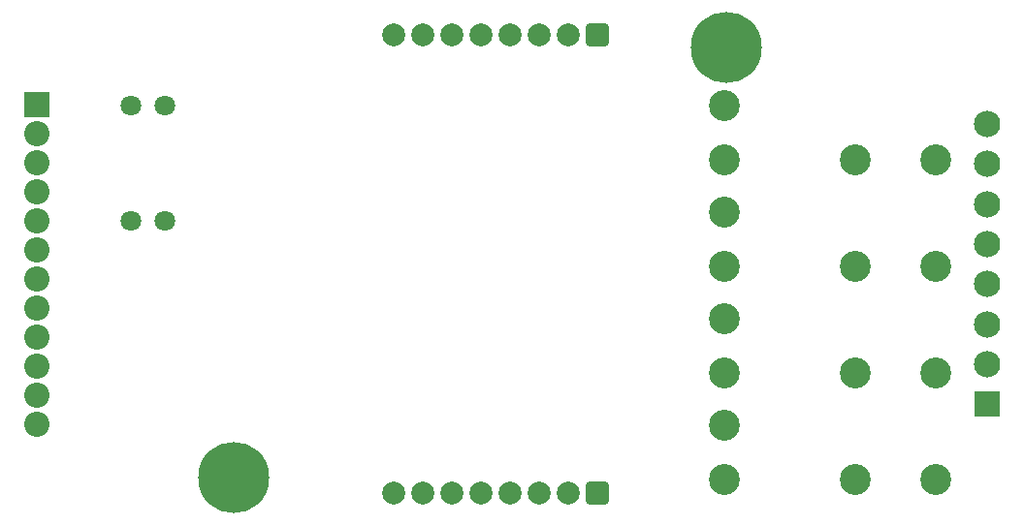
<source format=gbs>
G04*
G04 #@! TF.GenerationSoftware,Altium Limited,Altium Designer,20.0.2 (26)*
G04*
G04 Layer_Color=16711935*
%FSLAX25Y25*%
%MOIN*%
G70*
G01*
G75*
%ADD78C,0.08674*%
%ADD79R,0.08674X0.08674*%
%ADD80C,0.07887*%
G04:AMPARAMS|DCode=81|XSize=78.87mil|YSize=78.87mil|CornerRadius=12.86mil|HoleSize=0mil|Usage=FLASHONLY|Rotation=180.000|XOffset=0mil|YOffset=0mil|HoleType=Round|Shape=RoundedRectangle|*
%AMROUNDEDRECTD81*
21,1,0.07887,0.05315,0,0,180.0*
21,1,0.05315,0.07887,0,0,180.0*
1,1,0.02572,-0.02657,0.02657*
1,1,0.02572,0.02657,0.02657*
1,1,0.02572,0.02657,-0.02657*
1,1,0.02572,-0.02657,-0.02657*
%
%ADD81ROUNDEDRECTD81*%
%ADD82C,0.07099*%
%ADD83C,0.24422*%
%ADD84C,0.10642*%
%ADD85C,0.09068*%
%ADD86R,0.09068X0.09068*%
D78*
X35433Y-93425D02*
D03*
Y-53425D02*
D03*
Y-63425D02*
D03*
Y-73425D02*
D03*
Y-83425D02*
D03*
Y-103425D02*
D03*
Y-113425D02*
D03*
Y-123425D02*
D03*
Y-133425D02*
D03*
Y-143425D02*
D03*
Y-153425D02*
D03*
D79*
Y-43425D02*
D03*
D80*
X168000Y-19685D02*
D03*
X158000D02*
D03*
X178000D02*
D03*
X188000D02*
D03*
X198000D02*
D03*
X208000D02*
D03*
X218000D02*
D03*
X168000Y-177165D02*
D03*
X158000D02*
D03*
X178000D02*
D03*
X188000D02*
D03*
X198000D02*
D03*
X208000D02*
D03*
X218000D02*
D03*
D81*
X228000Y-19685D02*
D03*
Y-177165D02*
D03*
D82*
X79500Y-83500D02*
D03*
X67689D02*
D03*
X79500Y-44000D02*
D03*
X67689D02*
D03*
D83*
X103000Y-172000D02*
D03*
X272500Y-24000D02*
D03*
D84*
X271583Y-62498D02*
D03*
X316858D02*
D03*
X344417D02*
D03*
X271583Y-43994D02*
D03*
Y-99165D02*
D03*
X316858D02*
D03*
X344417D02*
D03*
X271583Y-80661D02*
D03*
Y-135832D02*
D03*
X316858D02*
D03*
X344417D02*
D03*
X271583Y-117328D02*
D03*
Y-172498D02*
D03*
X316858D02*
D03*
X344417D02*
D03*
X271583Y-153994D02*
D03*
D85*
X362000Y-77756D02*
D03*
Y-105315D02*
D03*
Y-132874D02*
D03*
Y-119095D02*
D03*
Y-91535D02*
D03*
Y-63976D02*
D03*
Y-50197D02*
D03*
D86*
Y-146653D02*
D03*
M02*

</source>
